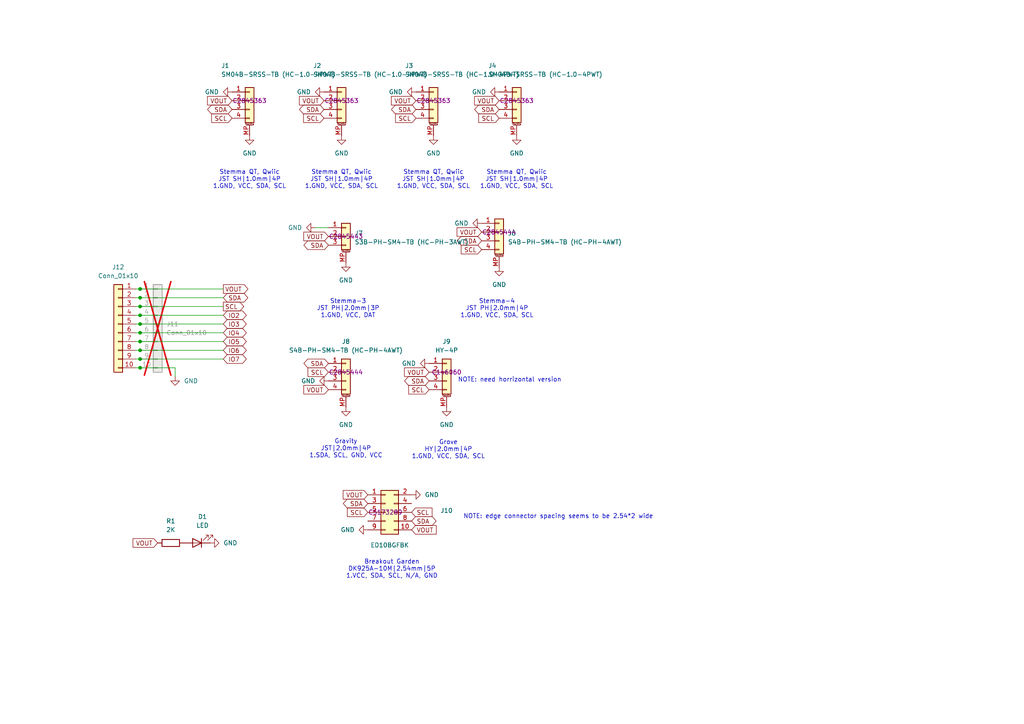
<source format=kicad_sch>
(kicad_sch (version 20250114) (generator "eeschema") (generator_version "9.0")
  (paper "A4")
  (lib_symbols
    (symbol "Connector_Generic:Conn_01x10" (pin_names (offset 1.016) (hide yes))
      (property "Reference" "J" (at 0 12.7 0))
      (property "Value" "Conn_01x10" (at 0 -15.24 0))
      (symbol "Conn_01x10_1_1"
        (rectangle (start -1.27 11.43) (end 1.27 -13.97) (stroke (width 0.254)) (fill (type background)))
        (rectangle (start -1.27 10.287) (end 0 10.033) (stroke (width 0.1524)))
        (rectangle (start -1.27 7.747) (end 0 7.493) (stroke (width 0.1524)))
        (rectangle (start -1.27 5.207) (end 0 4.953) (stroke (width 0.1524)))
        (rectangle (start -1.27 2.667) (end 0 2.413) (stroke (width 0.1524)))
        (rectangle (start -1.27 0.127) (end 0 -0.127) (stroke (width 0.1524)))
        (rectangle (start -1.27 -2.413) (end 0 -2.667) (stroke (width 0.1524)))
        (rectangle (start -1.27 -4.953) (end 0 -5.207) (stroke (width 0.1524)))
        (rectangle (start -1.27 -7.493) (end 0 -7.747) (stroke (width 0.1524)))
        (rectangle (start -1.27 -10.033) (end 0 -10.287) (stroke (width 0.1524)))
        (rectangle (start -1.27 -12.573) (end 0 -12.827) (stroke (width 0.1524)))
        (pin passive line (at -5.08 10.16 0) (length 3.81) (name "Pin_1") (number "1"))
        (pin passive line (at -5.08 7.62 0) (length 3.81) (name "Pin_2") (number "2"))
        (pin passive line (at -5.08 5.08 0) (length 3.81) (name "Pin_3") (number "3"))
        (pin passive line (at -5.08 2.54 0) (length 3.81) (name "Pin_4") (number "4"))
        (pin passive line (at -5.08 0 0) (length 3.81) (name "Pin_5") (number "5"))
        (pin passive line (at -5.08 -2.54 0) (length 3.81) (name "Pin_6") (number "6"))
        (pin passive line (at -5.08 -5.08 0) (length 3.81) (name "Pin_7") (number "7"))
        (pin passive line (at -5.08 -7.62 0) (length 3.81) (name "Pin_8") (number "8"))
        (pin passive line (at -5.08 -10.16 0) (length 3.81) (name "Pin_9") (number "9"))
        (pin passive line (at -5.08 -12.7 0) (length 3.81) (name "Pin_10") (number "10"))
      )
    )
    (symbol "Connector_Generic:Conn_02x05_Odd_Even" (pin_names (offset 1.016) (hide yes))
      (property "Reference" "J" (at 1.27 7.62 0))
      (property "Value" "Conn_02x05_Odd_Even" (at 1.27 -7.62 0))
      (symbol "Conn_02x05_Odd_Even_1_1"
        (rectangle (start -1.27 6.35) (end 3.81 -6.35) (stroke (width 0.254)) (fill (type background)))
        (rectangle (start -1.27 5.207) (end 0 4.953) (stroke (width 0.1524)))
        (rectangle (start -1.27 2.667) (end 0 2.413) (stroke (width 0.1524)))
        (rectangle (start -1.27 0.127) (end 0 -0.127) (stroke (width 0.1524)))
        (rectangle (start -1.27 -2.413) (end 0 -2.667) (stroke (width 0.1524)))
        (rectangle (start -1.27 -4.953) (end 0 -5.207) (stroke (width 0.1524)))
        (rectangle (start 3.81 5.207) (end 2.54 4.953) (stroke (width 0.1524)))
        (rectangle (start 3.81 2.667) (end 2.54 2.413) (stroke (width 0.1524)))
        (rectangle (start 3.81 0.127) (end 2.54 -0.127) (stroke (width 0.1524)))
        (rectangle (start 3.81 -2.413) (end 2.54 -2.667) (stroke (width 0.1524)))
        (rectangle (start 3.81 -4.953) (end 2.54 -5.207) (stroke (width 0.1524)))
        (pin passive line (at -5.08 5.08 0) (length 3.81) (name "Pin_1") (number "1"))
        (pin passive line (at -5.08 2.54 0) (length 3.81) (name "Pin_3") (number "3"))
        (pin passive line (at -5.08 0 0) (length 3.81) (name "Pin_5") (number "5"))
        (pin passive line (at -5.08 -2.54 0) (length 3.81) (name "Pin_7") (number "7"))
        (pin passive line (at -5.08 -5.08 0) (length 3.81) (name "Pin_9") (number "9"))
        (pin passive line (at 7.62 5.08 180) (length 3.81) (name "Pin_2") (number "2"))
        (pin passive line (at 7.62 2.54 180) (length 3.81) (name "Pin_4") (number "4"))
        (pin passive line (at 7.62 0 180) (length 3.81) (name "Pin_6") (number "6"))
        (pin passive line (at 7.62 -2.54 180) (length 3.81) (name "Pin_8") (number "8"))
        (pin passive line (at 7.62 -5.08 180) (length 3.81) (name "Pin_10") (number "10"))
      )
    )
    (symbol "Connector_Generic_MountingPin:Conn_01x03_MountingPin" (pin_names (offset 1.016) (hide yes))
      (property "Reference" "J" (at 0 5.08 0))
      (property "Value" "Conn_01x03_MountingPin" (at 1.27 -5.08 0))
      (symbol "Conn_01x03_MountingPin_1_1"
        (rectangle (start -1.27 3.81) (end 1.27 -3.81) (stroke (width 0.254)) (fill (type background)))
        (rectangle (start -1.27 2.667) (end 0 2.413) (stroke (width 0.1524)))
        (rectangle (start -1.27 0.127) (end 0 -0.127) (stroke (width 0.1524)))
        (rectangle (start -1.27 -2.413) (end 0 -2.667) (stroke (width 0.1524)))
        (polyline (pts (xy -1.016 -4.572) (xy 1.016 -4.572)) (stroke (width 0.1524)))
        (text "Mounting" (at 0 -4.191 0) (effects (font (size 0.381 0.381))))
        (pin passive line (at -5.08 2.54 0) (length 3.81) (name "Pin_1") (number "1"))
        (pin passive line (at -5.08 0 0) (length 3.81) (name "Pin_2") (number "2"))
        (pin passive line (at -5.08 -2.54 0) (length 3.81) (name "Pin_3") (number "3"))
        (pin passive line (at 0 -7.62 90) (length 3.048) (name "MountPin") (number "MP"))
      )
    )
    (symbol "Connector_Generic_MountingPin:Conn_01x04_MountingPin" (pin_names (offset 1.016) (hide yes))
      (property "Reference" "J" (at 0 5.08 0))
      (property "Value" "Conn_01x04_MountingPin" (at 1.27 -7.62 0))
      (symbol "Conn_01x04_MountingPin_1_1"
        (rectangle (start -1.27 3.81) (end 1.27 -6.35) (stroke (width 0.254)) (fill (type background)))
        (rectangle (start -1.27 2.667) (end 0 2.413) (stroke (width 0.1524)))
        (rectangle (start -1.27 0.127) (end 0 -0.127) (stroke (width 0.1524)))
        (rectangle (start -1.27 -2.413) (end 0 -2.667) (stroke (width 0.1524)))
        (rectangle (start -1.27 -4.953) (end 0 -5.207) (stroke (width 0.1524)))
        (polyline (pts (xy -1.016 -7.112) (xy 1.016 -7.112)) (stroke (width 0.1524)))
        (text "Mounting" (at 0 -6.731 0) (effects (font (size 0.381 0.381))))
        (pin passive line (at -5.08 2.54 0) (length 3.81) (name "Pin_1") (number "1"))
        (pin passive line (at -5.08 0 0) (length 3.81) (name "Pin_2") (number "2"))
        (pin passive line (at -5.08 -2.54 0) (length 3.81) (name "Pin_3") (number "3"))
        (pin passive line (at -5.08 -5.08 0) (length 3.81) (name "Pin_4") (number "4"))
        (pin passive line (at 0 -10.16 90) (length 3.048) (name "MountPin") (number "MP"))
      )
    )
    (symbol "Device:LED" (pin_numbers (hide yes)) (pin_names (offset 1.016) (hide yes))
      (property "Reference" "D" (at 0 2.54 0))
      (property "Value" "LED" (at 0 -2.54 0))
      (symbol "LED_0_1"
        (polyline (pts (xy -3.048 -0.762) (xy -4.572 -2.286) (xy -3.81 -2.286) (xy -4.572 -2.286) (xy -4.572 -1.524)))
        (polyline (pts (xy -1.778 -0.762) (xy -3.302 -2.286) (xy -2.54 -2.286) (xy -3.302 -2.286) (xy -3.302 -1.524)))
        (polyline (pts (xy -1.27 0) (xy 1.27 0)))
        (polyline (pts (xy -1.27 -1.27) (xy -1.27 1.27)) (stroke (width 0.254)))
        (polyline (pts (xy 1.27 -1.27) (xy 1.27 1.27) (xy -1.27 0) (xy 1.27 -1.27)) (stroke (width 0.254)))
      )
      (symbol "LED_1_1"
        (pin passive line (at -3.81 0 0) (length 2.54) (name "K") (number "1"))
        (pin passive line (at 3.81 0 180) (length 2.54) (name "A") (number "2"))
      )
    )
    (symbol "Device:R" (pin_numbers (hide yes)) (pin_names (offset 0))
      (property "Reference" "R" (at 2.032 0 90))
      (property "Value" "R" (at 0 0 90))
      (symbol "R_0_1"
        (rectangle (start -1.016 -2.54) (end 1.016 2.54) (stroke (width 0.254)))
      )
      (symbol "R_1_1"
        (pin passive line (at 0 3.81 270) (length 1.27) (name "~") (number "1"))
        (pin passive line (at 0 -3.81 90) (length 1.27) (name "~") (number "2"))
      )
    )
    (symbol "power:GND" (power) (pin_names (offset 0))
      (property "Value" "GND" (at 0 -3.81 0))
      (symbol "GND_0_1"
        (polyline (pts (xy 0 0) (xy 0 -1.27) (xy 1.27 -1.27) (xy 0 -2.54) (xy -1.27 -1.27) (xy 0 -1.27)))
      )
      (symbol "GND_1_1"
        (pin power_in line (at 0 0 270) (length 0) (hide yes) (name "GND") (number "1"))
      )
    )
  )
  (text "Gravity\nJST|2.0mm|4P\n1.SDA, SCL, GND, VCC" (at 100.33 130.175 0) (effects (font (size 1.27 1.27))))
  (text "Stemma QT, Qwiic\nJST SH|1.0mm|4P\n1.GND, VCC, SDA, SCL" (at 72.39 52.07 0) (effects (font (size 1.27 1.27))))
  (text "Stemma-4\nJST PH|2.0mm|4P\n1.GND, VCC, SDA, SCL" (at 144.145 89.535 0) (effects (font (size 1.27 1.27))))
  (text "Stemma QT, Qwiic\nJST SH|1.0mm|4P\n1.GND, VCC, SDA, SCL" (at 99.06 52.07 0) (effects (font (size 1.27 1.27))))
  (text "Stemma-3\nJST PH|2.0mm|3P\n1.GND, VCC, DAT" (at 100.965 89.535 0) (effects (font (size 1.27 1.27))))
  (text "NOTE: edge connector spacing seems to be 2.54*2 wide" (at 161.925 149.86 0) (effects (font (size 1.27 1.27))))
  (text "NOTE: need horrizontal version" (at 147.828 110.236 0) (effects (font (size 1.27 1.27))))
  (text "Grove\nHY|2.0mm|4P\n1.GND, VCC, SDA, SCL" (at 130.048 130.429 0) (effects (font (size 1.27 1.27))))
  (text "Stemma QT, Qwiic\nJST SH|1.0mm|4P\n1.GND, VCC, SDA, SCL" (at 125.73 52.07 0) (effects (font (size 1.27 1.27))))
  (text "Breakout Garden\nDK925A-10M|2.54mm|5P\n1.VCC, SDA, SCL, N/A, GND" (at 113.665 165.1 0) (effects (font (size 1.27 1.27))))
  (text "Stemma QT, Qwiic\nJST SH|1.0mm|4P\n1.GND, VCC, SDA, SCL" (at 149.86 52.07 0) (effects (font (size 1.27 1.27))))
  (junction (at 40.64 96.52))
  (junction (at 40.64 101.6))
  (junction (at 40.64 91.44))
  (junction (at 40.64 88.9))
  (junction (at 40.64 86.36))
  (junction (at 40.64 106.68))
  (junction (at 40.64 83.82))
  (junction (at 40.64 104.14))
  (junction (at 40.64 99.06))
  (junction (at 40.64 93.98))
  (wire (pts (xy 40.64 91.44) (xy 64.77 91.44)))
  (wire (pts (xy 40.64 93.98) (xy 39.37 93.98)))
  (wire (pts (xy 40.64 83.82) (xy 39.37 83.82)))
  (wire (pts (xy 40.64 101.6) (xy 39.37 101.6)))
  (wire (pts (xy 40.64 96.52) (xy 39.37 96.52)))
  (wire (pts (xy 40.64 88.9) (xy 39.37 88.9)))
  (wire (pts (xy 40.64 106.68) (xy 50.8 106.68)))
  (wire (pts (xy 40.64 86.36) (xy 39.37 86.36)))
  (wire (pts (xy 50.8 109.22) (xy 50.8 106.68)))
  (wire (pts (xy 40.64 106.68) (xy 39.37 106.68)))
  (wire (pts (xy 40.64 101.6) (xy 64.77 101.6)))
  (wire (pts (xy 40.64 99.06) (xy 39.37 99.06)))
  (wire (pts (xy 91.44 66.04) (xy 95.25 66.04)))
  (wire (pts (xy 40.64 96.52) (xy 64.77 96.52)))
  (wire (pts (xy 40.64 104.14) (xy 64.77 104.14)))
  (wire (pts (xy 40.64 93.98) (xy 64.77 93.98)))
  (wire (pts (xy 40.64 104.14) (xy 39.37 104.14)))
  (wire (pts (xy 40.64 91.44) (xy 39.37 91.44)))
  (wire (pts (xy 40.64 99.06) (xy 64.77 99.06)))
  (wire (pts (xy 40.64 83.82) (xy 64.77 83.82)))
  (wire (pts (xy 40.64 86.36) (xy 64.77 86.36)))
  (wire (pts (xy 40.64 88.9) (xy 64.77 88.9)))
  (global_label "SDA" (shape bidirectional) (at 67.31 31.75 180) (property "Intersheetrefs" "${INTERSHEET_REFS}" (effects (hide yes))))
  (global_label "SDA" (shape bidirectional) (at 95.25 105.41 180) (property "Intersheetrefs" "${INTERSHEET_REFS}" (effects (hide yes))))
  (global_label "SDA" (shape bidirectional) (at 119.38 151.13 0) (property "Intersheetrefs" "${INTERSHEET_REFS}" (effects (hide yes))))
  (global_label "VOUT" (shape input) (at 93.98 29.21 180) (property "Intersheetrefs" "${INTERSHEET_REFS}" (effects (hide yes))))
  (global_label "IO5" (shape bidirectional) (at 64.77 99.06 0) (property "Intersheetrefs" "${INTERSHEET_REFS}" (effects (hide yes))))
  (global_label "VOUT" (shape input) (at 119.38 153.67 0) (property "Intersheetrefs" "${INTERSHEET_REFS}" (effects (hide yes))))
  (global_label "VOUT" (shape output) (at 64.77 83.82 0) (property "Intersheetrefs" "${INTERSHEET_REFS}" (effects (hide yes))))
  (global_label "IO2" (shape bidirectional) (at 64.77 91.44 0) (property "Intersheetrefs" "${INTERSHEET_REFS}" (effects (hide yes))))
  (global_label "SDA" (shape bidirectional) (at 120.65 31.75 180) (property "Intersheetrefs" "${INTERSHEET_REFS}" (effects (hide yes))))
  (global_label "SCL" (shape input) (at 93.98 34.29 180) (property "Intersheetrefs" "${INTERSHEET_REFS}" (effects (hide yes))))
  (global_label "VOUT" (shape input) (at 106.68 143.51 180) (property "Intersheetrefs" "${INTERSHEET_REFS}" (effects (hide yes))))
  (global_label "SCL" (shape input) (at 67.31 34.29 180) (property "Intersheetrefs" "${INTERSHEET_REFS}" (effects (hide yes))))
  (global_label "VOUT" (shape input) (at 124.46 107.95 180) (property "Intersheetrefs" "${INTERSHEET_REFS}" (effects (hide yes))))
  (global_label "VOUT" (shape input) (at 67.31 29.21 180) (property "Intersheetrefs" "${INTERSHEET_REFS}" (effects (hide yes))))
  (global_label "SDA" (shape bidirectional) (at 95.25 71.12 180) (property "Intersheetrefs" "${INTERSHEET_REFS}" (effects (hide yes))))
  (global_label "SDA" (shape bidirectional) (at 144.78 31.75 180) (property "Intersheetrefs" "${INTERSHEET_REFS}" (effects (hide yes))))
  (global_label "VOUT" (shape input) (at 144.78 29.21 180) (property "Intersheetrefs" "${INTERSHEET_REFS}" (effects (hide yes))))
  (global_label "SCL" (shape input) (at 120.65 34.29 180) (property "Intersheetrefs" "${INTERSHEET_REFS}" (effects (hide yes))))
  (global_label "VOUT" (shape input) (at 95.25 113.03 180) (property "Intersheetrefs" "${INTERSHEET_REFS}" (effects (hide yes))))
  (global_label "SCL" (shape input) (at 124.46 113.03 180) (property "Intersheetrefs" "${INTERSHEET_REFS}" (effects (hide yes))))
  (global_label "SCL" (shape input) (at 106.68 148.59 180) (property "Intersheetrefs" "${INTERSHEET_REFS}" (effects (hide yes))))
  (global_label "SDA" (shape bidirectional) (at 124.46 110.49 180) (property "Intersheetrefs" "${INTERSHEET_REFS}" (effects (hide yes))))
  (global_label "IO4" (shape bidirectional) (at 64.77 96.52 0) (property "Intersheetrefs" "${INTERSHEET_REFS}" (effects (hide yes))))
  (global_label "SCL" (shape input) (at 139.7 72.39 180) (property "Intersheetrefs" "${INTERSHEET_REFS}" (effects (hide yes))))
  (global_label "VOUT" (shape input) (at 45.72 157.48 180) (property "Intersheetrefs" "${INTERSHEET_REFS}" (effects (hide yes))))
  (global_label "IO6" (shape bidirectional) (at 64.77 101.6 0) (property "Intersheetrefs" "${INTERSHEET_REFS}" (effects (hide yes))))
  (global_label "SCL" (shape output) (at 64.77 88.9 0) (property "Intersheetrefs" "${INTERSHEET_REFS}" (effects (hide yes))))
  (global_label "SCL" (shape input) (at 119.38 148.59 0) (property "Intersheetrefs" "${INTERSHEET_REFS}" (effects (hide yes))))
  (global_label "SDA" (shape bidirectional) (at 139.7 69.85 180) (property "Intersheetrefs" "${INTERSHEET_REFS}" (effects (hide yes))))
  (global_label "SDA" (shape bidirectional) (at 64.77 86.36 0) (property "Intersheetrefs" "${INTERSHEET_REFS}" (effects (hide yes))))
  (global_label "SDA" (shape bidirectional) (at 106.68 146.05 180) (property "Intersheetrefs" "${INTERSHEET_REFS}" (effects (hide yes))))
  (global_label "SCL" (shape input) (at 95.25 107.95 180) (property "Intersheetrefs" "${INTERSHEET_REFS}" (effects (hide yes))))
  (global_label "VOUT" (shape input) (at 139.7 67.31 180) (property "Intersheetrefs" "${INTERSHEET_REFS}" (effects (hide yes))))
  (global_label "VOUT" (shape input) (at 120.65 29.21 180) (property "Intersheetrefs" "${INTERSHEET_REFS}" (effects (hide yes))))
  (global_label "SCL" (shape input) (at 144.78 34.29 180) (property "Intersheetrefs" "${INTERSHEET_REFS}" (effects (hide yes))))
  (global_label "IO3" (shape bidirectional) (at 64.77 93.98 0) (property "Intersheetrefs" "${INTERSHEET_REFS}" (effects (hide yes))))
  (global_label "VOUT" (shape input) (at 95.25 68.58 180) (property "Intersheetrefs" "${INTERSHEET_REFS}" (effects (hide yes))))
  (global_label "IO7" (shape bidirectional) (at 64.77 104.14 0) (property "Intersheetrefs" "${INTERSHEET_REFS}" (effects (hide yes))))
  (global_label "SDA" (shape bidirectional) (at 93.98 31.75 180) (property "Intersheetrefs" "${INTERSHEET_REFS}" (effects (hide yes))))
  (symbol (lib_id "power:GND") (at 93.98 26.67 270) (unit 1)
    (property "Reference" "#PWR02" (effects (hide yes)))
    (property "Value" "GND" (at 90.17 26.6699 90) (effects (justify right)))
  )
  (symbol (lib_id "power:GND") (at 100.33 76.2 0) (unit 1)
    (property "Reference" "#PWR022" (effects (hide yes)))
    (property "Value" "GND" (at 100.33 81.28 0))
  )
  (symbol (lib_id "power:GND") (at 124.46 105.41 270) (unit 1)
    (property "Reference" "#PWR010" (effects (hide yes)))
    (property "Value" "GND" (at 120.65 105.4099 90) (effects (justify right)))
  )
  (symbol (lib_id "Device:LED") (at 57.15 157.48 180) (unit 1)
    (property "Reference" "D1" (at 58.7375 149.86 0))
    (property "Value" "LED" (at 58.7375 152.4 0))
    (property "Footprint" "LED_SMD:LED_0805_2012Metric" (effects (hide yes)))
  )
  (symbol (lib_id "power:GND") (at 139.7 64.77 270) (unit 1)
    (property "Reference" "#PWR07" (effects (hide yes)))
    (property "Value" "GND" (at 135.89 64.7699 90) (effects (justify right)))
  )
  (symbol (lib_id "power:GND") (at 129.54 118.11 0) (unit 1)
    (property "Reference" "#PWR024" (effects (hide yes)))
    (property "Value" "GND" (at 129.54 123.19 0))
  )
  (symbol (lib_id "Connector_Generic_MountingPin:Conn_01x03_MountingPin") (at 100.33 68.58 0) (unit 1)
    (property "Reference" "J7" (at 102.87 67.6655 0) (effects (justify left)))
    (property "Value" "S3B-PH-SM4-TB (HC-PH-3AWT)" (at 102.87 70.2055 0) (effects (justify left)))
    (property "Footprint" "footprints:JST_PH_S3B-PH-SM4-TB_1x03-1MP_P2.00mm_Horizontal" (effects (hide yes)))
    (property "Description" "Generic connectable mounting pin connector, single row, 01x03, script generated (kicad-library-utils/schlib/autogen/connector/)" (effects (hide yes)))
    (property "szlcsc_partnum" "C2845443" (at 100.33 68.58 0))
  )
  (symbol (lib_id "power:GND") (at 72.39 39.37 0) (unit 1)
    (property "Reference" "#PWR018" (effects (hide yes)))
    (property "Value" "GND" (at 72.39 44.45 0))
  )
  (symbol (lib_id "power:GND") (at 60.96 157.48 90) (unit 1)
    (property "Reference" "#PWR016" (effects (hide yes)))
    (property "Value" "GND" (at 64.77 157.4799 90) (effects (justify right)))
  )
  (symbol (lib_id "Connector_Generic_MountingPin:Conn_01x04_MountingPin") (at 99.06 29.21 0) (unit 1)
    (property "Reference" "J2" (at 90.805 19.05 0) (effects (justify left)))
    (property "Value" "SM04B-SRSS-TB (HC-1.0-4PWT)" (at 90.805 21.59 0) (effects (justify left)))
    (property "Footprint" "footprints:JST_SH_SM04B-SRSS-TB_1x04-1MP_P1.00mm_Horizontal" (effects (hide yes)))
    (property "Description" "Generic connectable mounting pin connector, single row, 01x04, script generated (kicad-library-utils/schlib/autogen/connector/)" (effects (hide yes)))
    (property "szlcsc_partnum" "C2845363" (at 99.06 29.21 0))
  )
  (symbol (lib_id "power:GND") (at 149.86 39.37 0) (unit 1)
    (property "Reference" "#PWR021" (effects (hide yes)))
    (property "Value" "GND" (at 149.86 44.45 0))
  )
  (symbol (lib_id "power:GND") (at 95.25 110.49 270) (unit 1)
    (property "Reference" "#PWR011" (effects (hide yes)))
    (property "Value" "GND" (at 91.44 110.4899 90) (effects (justify right)))
  )
  (symbol (lib_id "power:GND") (at 120.65 26.67 270) (unit 1)
    (property "Reference" "#PWR03" (effects (hide yes)))
    (property "Value" "GND" (at 116.84 26.6699 90) (effects (justify right)))
  )
  (symbol (lib_id "Connector_Generic_MountingPin:Conn_01x04_MountingPin") (at 125.73 29.21 0) (unit 1)
    (property "Reference" "J3" (at 117.475 19.05 0) (effects (justify left)))
    (property "Value" "SM04B-SRSS-TB (HC-1.0-4PWT)" (at 117.475 21.59 0) (effects (justify left)))
    (property "Footprint" "footprints:JST_SH_SM04B-SRSS-TB_1x04-1MP_P1.00mm_Horizontal" (effects (hide yes)))
    (property "Description" "Generic connectable mounting pin connector, single row, 01x04, script generated (kicad-library-utils/schlib/autogen/connector/)" (effects (hide yes)))
    (property "szlcsc_partnum" "C2845363" (at 125.73 29.21 0))
  )
  (symbol (lib_id "Connector_Generic_MountingPin:Conn_01x04_MountingPin") (at 100.33 107.95 0) (unit 1)
    (property "Reference" "J8" (at 100.33 99.06 0))
    (property "Value" "S4B-PH-SM4-TB (HC-PH-4AWT)" (at 100.33 101.6 0))
    (property "Footprint" "footprints:JST_PH_S4B-PH-SM4-TB_1x04-1MP_P2.00mm_Horizontal" (effects (hide yes)))
    (property "Description" "Generic connectable mounting pin connector, single row, 01x04, script generated (kicad-library-utils/schlib/autogen/connector/)" (effects (hide yes)))
    (property "szlcsc_partnum" "C2845444" (at 100.33 107.95 0))
  )
  (symbol (lib_id "Connector_Generic_MountingPin:Conn_01x04_MountingPin") (at 149.86 29.21 0) (unit 1)
    (property "Reference" "J4" (at 141.605 19.05 0) (effects (justify left)))
    (property "Value" "SM04B-SRSS-TB (HC-1.0-4PWT)" (at 141.605 21.59 0) (effects (justify left)))
    (property "Footprint" "footprints:JST_SH_SM04B-SRSS-TB_1x04-1MP_P1.00mm_Horizontal" (effects (hide yes)))
    (property "Description" "Generic connectable mounting pin connector, single row, 01x04, script generated (kicad-library-utils/schlib/autogen/connector/)" (effects (hide yes)))
    (property "szlcsc_partnum" "C2845363" (at 149.86 29.21 0))
  )
  (symbol (lib_id "Connector_Generic:Conn_01x10") (at 34.29 93.98 0) (mirror y) (unit 1)
    (property "Reference" "J12" (at 34.29 77.47 0))
    (property "Value" "Conn_01x10" (at 34.29 80.01 0))
    (property "Footprint" "Connector_PinSocket_2.54mm:PinSocket_1x10_P2.54mm_Horizontal" (effects (hide yes)))
  )
  (symbol (lib_id "Connector_Generic_MountingPin:Conn_01x04_MountingPin") (at 129.54 107.95 0) (unit 1)
    (property "Reference" "J9" (at 129.54 99.06 0))
    (property "Value" "HY-4P" (at 129.54 101.6 0))
    (property "Footprint" "footprints:CONN-SMD_HY2.0-4P" (effects (hide yes)))
    (property "Description" "Generic connectable mounting pin connector, single row, 01x04, script generated (kicad-library-utils/schlib/autogen/connector/)" (effects (hide yes)))
    (property "szlcsc_partnum" "C146060" (at 129.54 107.95 0))
  )
  (symbol (lib_id "Connector_Generic_MountingPin:Conn_01x04_MountingPin") (at 144.78 67.31 0) (unit 1)
    (property "Reference" "J6" (at 147.32 67.6655 0) (effects (justify left)))
    (property "Value" "S4B-PH-SM4-TB (HC-PH-4AWT)" (at 147.32 70.2055 0) (effects (justify left)))
    (property "Footprint" "footprints:JST_PH_S4B-PH-SM4-TB_1x04-1MP_P2.00mm_Horizontal" (effects (hide yes)))
    (property "Description" "Generic connectable mounting pin connector, single row, 01x04, script generated (kicad-library-utils/schlib/autogen/connector/)" (effects (hide yes)))
    (property "szlcsc_partnum" "C2845444" (at 144.78 67.31 0))
  )
  (symbol (lib_id "power:GND") (at 100.33 118.11 0) (unit 1)
    (property "Reference" "#PWR017" (effects (hide yes)))
    (property "Value" "GND" (at 100.33 123.19 0))
  )
  (symbol (lib_id "power:GND") (at 144.78 26.67 270) (unit 1)
    (property "Reference" "#PWR04" (effects (hide yes)))
    (property "Value" "GND" (at 140.97 26.6699 90) (effects (justify right)))
  )
  (symbol (lib_id "power:GND") (at 119.38 143.51 90) (unit 1)
    (property "Reference" "#PWR013" (effects (hide yes)))
    (property "Value" "GND" (at 123.19 143.5099 90) (effects (justify right)))
  )
  (symbol (lib_id "power:GND") (at 144.78 77.47 0) (unit 1)
    (property "Reference" "#PWR023" (effects (hide yes)))
    (property "Value" "GND" (at 144.78 82.55 0))
  )
  (symbol (lib_id "power:GND") (at 50.8 109.22 0) (unit 1)
    (property "Reference" "#PWR012" (effects (hide yes)))
    (property "Value" "GND" (at 53.34 110.4899 0) (effects (justify left)))
  )
  (symbol (lib_id "Device:R") (at 49.53 157.48 90) (unit 1)
    (property "Reference" "R1" (at 49.53 151.13 90))
    (property "Value" "2K" (at 49.53 153.67 90))
    (property "Footprint" "Resistor_SMD:R_0805_2012Metric" (effects (hide yes)))
    (property "szlcsc_partnum" "C2907315" (effects (hide yes)))
  )
  (symbol (lib_id "power:GND") (at 106.68 153.67 270) (unit 1)
    (property "Reference" "#PWR014" (effects (hide yes)))
    (property "Value" "GND" (at 102.87 153.6699 90) (effects (justify right)))
  )
  (symbol (lib_id "Connector_Generic:Conn_01x10") (at 45.72 93.98 0) (unit 1) (in_bom no) (dnp yes)
    (property "Reference" "J11" (at 48.26 93.9799 0) (effects (justify left)))
    (property "Value" "Conn_01x10" (at 48.26 96.5199 0) (effects (justify left)))
    (property "Footprint" "Connector_PinHeader_2.54mm:PinHeader_1x10_P2.54mm_Vertical" (effects (hide yes)))
  )
  (symbol (lib_id "power:GND") (at 67.31 26.67 270) (unit 1)
    (property "Reference" "#PWR01" (effects (hide yes)))
    (property "Value" "GND" (at 63.5 26.6699 90) (effects (justify right)))
  )
  (symbol (lib_id "power:GND") (at 91.44 66.04 270) (unit 1)
    (property "Reference" "#PWR08" (effects (hide yes)))
    (property "Value" "GND" (at 87.63 66.0399 90) (effects (justify right)))
  )
  (symbol (lib_id "power:GND") (at 99.06 39.37 0) (unit 1)
    (property "Reference" "#PWR019" (effects (hide yes)))
    (property "Value" "GND" (at 99.06 44.45 0))
  )
  (symbol (lib_id "power:GND") (at 125.73 39.37 0) (unit 1)
    (property "Reference" "#PWR020" (effects (hide yes)))
    (property "Value" "GND" (at 125.73 44.45 0))
  )
  (symbol (lib_id "Connector_Generic:Conn_02x05_Odd_Even") (at 111.76 148.59 0) (unit 1)
    (property "Reference" "J10" (at 129.54 148.082 0))
    (property "Value" "ED10BGFBK" (at 113.03 158.115 0))
    (property "Footprint" "footprints:CONN-TH_SA10BL01D" (effects (hide yes)))
    (property "Description" "Generic connector, double row, 02x05, odd/even pin numbering scheme (row 1 odd numbers, row 2 even numbers), script generated (kicad-library-utils/schlib/autogen/connector/)" (effects (hide yes)))
    (property "szlcsc_partnum" "C5173289" (at 111.76 148.59 0))
  )
  (symbol (lib_id "Connector_Generic_MountingPin:Conn_01x04_MountingPin") (at 72.39 29.21 0) (unit 1)
    (property "Reference" "J1" (at 64.135 19.05 0) (effects (justify left)))
    (property "Value" "SM04B-SRSS-TB (HC-1.0-4PWT)" (at 64.135 21.59 0) (effects (justify left)))
    (property "Footprint" "footprints:JST_SH_SM04B-SRSS-TB_1x04-1MP_P1.00mm_Horizontal" (effects (hide yes)))
    (property "Description" "Generic connectable mounting pin connector, single row, 01x04, script generated (kicad-library-utils/schlib/autogen/connector/)" (effects (hide yes)))
    (property "szlcsc_partnum" "C2845363" (at 72.39 29.21 0))
  )
)
</source>
